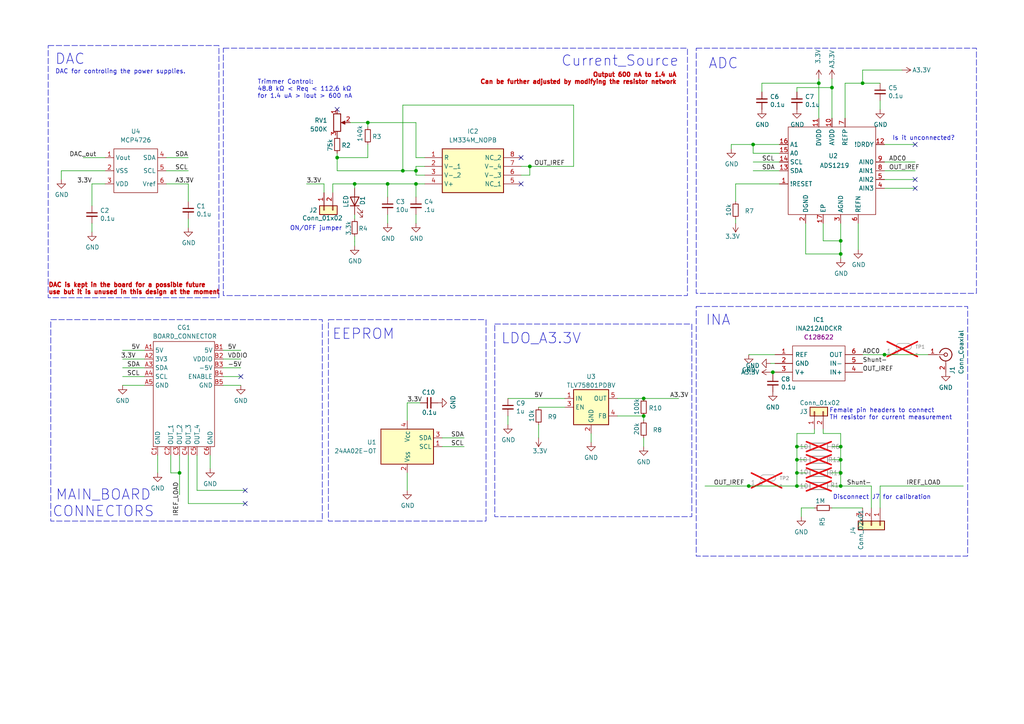
<source format=kicad_sch>
(kicad_sch (version 20250114) (generator "eeschema") (generator_version "9.0")
  (paper "A4")
  (lib_symbols
    (symbol "Connector:Conn_Coaxial" (pin_names (offset 1.016) (hide yes))
      (property "Reference" "J" (at 0.254 3.048 0))
      (property "Value" "Conn_Coaxial" (at 2.921 0 90))
      (symbol "Conn_Coaxial_0_1"
        (polyline (pts (xy -2.54 0) (xy -0.508 0)))
        (arc (start 1.778 0) (mid 0.222 -1.8079) (end -1.778 -0.508) (stroke (width 0.254)))
        (arc (start -1.778 0.508) (mid 0.2221 1.8084) (end 1.778 0) (stroke (width 0.254)))
        (circle (center 0 0) (radius 0.508) (stroke (width 0.2032)))
        (polyline (pts (xy 0 -2.54) (xy 0 -1.778)))
      )
      (symbol "Conn_Coaxial_1_1"
        (pin passive line (at -5.08 0 0) (length 2.54) (name "In") (number "1"))
        (pin passive line (at 0 -5.08 90) (length 2.54) (name "Ext") (number "2"))
      )
    )
    (symbol "Connector_Generic:Conn_01x02" (pin_names (offset 1.016) (hide yes))
      (property "Reference" "J" (at 0 2.54 0))
      (property "Value" "Conn_01x02" (at 0 -5.08 0))
      (symbol "Conn_01x02_1_1"
        (rectangle (start -1.27 1.27) (end 1.27 -3.81) (stroke (width 0.254)) (fill (type background)))
        (rectangle (start -1.27 0.127) (end 0 -0.127) (stroke (width 0.1524)))
        (rectangle (start -1.27 -2.413) (end 0 -2.667) (stroke (width 0.1524)))
        (pin passive line (at -5.08 0 0) (length 3.81) (name "Pin_1") (number "1"))
        (pin passive line (at -5.08 -2.54 0) (length 3.81) (name "Pin_2") (number "2"))
      )
    )
    (symbol "Connector_Generic:Conn_01x03" (pin_names (offset 1.016) (hide yes))
      (property "Reference" "J" (at 0 5.08 0))
      (property "Value" "Conn_01x03" (at 0 -5.08 0))
      (symbol "Conn_01x03_1_1"
        (rectangle (start -1.27 3.81) (end 1.27 -3.81) (stroke (width 0.254)) (fill (type background)))
        (rectangle (start -1.27 2.667) (end 0 2.413) (stroke (width 0.1524)))
        (rectangle (start -1.27 0.127) (end 0 -0.127) (stroke (width 0.1524)))
        (rectangle (start -1.27 -2.413) (end 0 -2.667) (stroke (width 0.1524)))
        (pin passive line (at -5.08 2.54 0) (length 3.81) (name "Pin_1") (number "1"))
        (pin passive line (at -5.08 0 0) (length 3.81) (name "Pin_2") (number "2"))
        (pin passive line (at -5.08 -2.54 0) (length 3.81) (name "Pin_3") (number "3"))
      )
    )
    (symbol "Device:C_Small" (pin_numbers (hide yes)) (pin_names (offset 0.254) (hide yes))
      (property "Reference" "C" (at 0.254 1.778 0))
      (property "Value" "C_Small" (at 0.254 -2.032 0))
      (symbol "C_Small_0_1"
        (polyline (pts (xy -1.524 0.508) (xy 1.524 0.508)) (stroke (width 0.3048)))
        (polyline (pts (xy -1.524 -0.508) (xy 1.524 -0.508)) (stroke (width 0.3302)))
      )
      (symbol "C_Small_1_1"
        (pin passive line (at 0 2.54 270) (length 2.032) (name "~") (number "1"))
        (pin passive line (at 0 -2.54 90) (length 2.032) (name "~") (number "2"))
      )
    )
    (symbol "Device:LED" (pin_numbers (hide yes)) (pin_names (offset 1.016) (hide yes))
      (property "Reference" "D" (at 0 2.54 0))
      (property "Value" "LED" (at 0 -2.54 0))
      (symbol "LED_0_1"
        (polyline (pts (xy -3.048 -0.762) (xy -4.572 -2.286) (xy -3.81 -2.286) (xy -4.572 -2.286) (xy -4.572 -1.524)))
        (polyline (pts (xy -1.778 -0.762) (xy -3.302 -2.286) (xy -2.54 -2.286) (xy -3.302 -2.286) (xy -3.302 -1.524)))
        (polyline (pts (xy -1.27 0) (xy 1.27 0)))
        (polyline (pts (xy -1.27 -1.27) (xy -1.27 1.27)) (stroke (width 0.254)))
        (polyline (pts (xy 1.27 -1.27) (xy 1.27 1.27) (xy -1.27 0) (xy 1.27 -1.27)) (stroke (width 0.254)))
      )
      (symbol "LED_1_1"
        (pin passive line (at -3.81 0 0) (length 2.54) (name "K") (number "1"))
        (pin passive line (at 3.81 0 180) (length 2.54) (name "A") (number "2"))
      )
    )
    (symbol "Device:R" (pin_numbers (hide yes)) (pin_names (offset 0))
      (property "Reference" "R" (at 2.032 0 90))
      (property "Value" "R" (at 0 0 90))
      (symbol "R_0_1"
        (rectangle (start -1.016 -2.54) (end 1.016 2.54) (stroke (width 0.254)))
      )
      (symbol "R_1_1"
        (pin passive line (at 0 3.81 270) (length 1.27) (name "~") (number "1"))
        (pin passive line (at 0 -3.81 90) (length 1.27) (name "~") (number "2"))
      )
    )
    (symbol "Device:R_Potentiometer" (pin_names (offset 1.016) (hide yes))
      (property "Reference" "RV" (at -4.445 0 90))
      (property "Value" "R_Potentiometer" (at -2.54 0 90))
      (symbol "R_Potentiometer_0_1"
        (rectangle (start 1.016 2.54) (end -1.016 -2.54) (stroke (width 0.254)))
        (polyline (pts (xy 1.143 0) (xy 2.286 0.508) (xy 2.286 -0.508) (xy 1.143 0)) (fill (type outline)))
        (polyline (pts (xy 2.54 0) (xy 1.524 0)))
      )
      (symbol "R_Potentiometer_1_1"
        (pin passive line (at 0 3.81 270) (length 1.27) (name "1") (number "1"))
        (pin passive line (at 0 -3.81 90) (length 1.27) (name "3") (number "3"))
        (pin passive line (at 3.81 0 180) (length 1.27) (name "2") (number "2"))
      )
    )
    (symbol "Device:R_Small" (pin_numbers (hide yes)) (pin_names (offset 0.254) (hide yes))
      (property "Reference" "R" (at 0.762 0.508 0))
      (property "Value" "R_Small" (at 0.762 -1.016 0))
      (symbol "R_Small_0_1"
        (rectangle (start -0.762 1.778) (end 0.762 -1.778) (stroke (width 0.2032)))
      )
      (symbol "R_Small_1_1"
        (pin passive line (at 0 2.54 270) (length 0.762) (name "~") (number "1"))
        (pin passive line (at 0 -2.54 90) (length 0.762) (name "~") (number "2"))
      )
    )
    (symbol "External-lib:ADS1219"
      (property "Reference" "U" (at 0 0 0))
      (symbol "ADS1219_0_1"
        (rectangle (start -12.7 12.7) (end 12.7 -12.7))
      )
      (symbol "ADS1219_1_1"
        (pin input line (at -15.24 7.62 0) (length 2.54) (name "A1") (number "16"))
        (pin input line (at -15.24 5.08 0) (length 2.54) (name "A0") (number "15"))
        (pin input line (at -15.24 2.54 0) (length 2.54) (name "SCL") (number "14"))
        (pin bidirectional line (at -15.24 0 0) (length 2.54) (name "SDA") (number "13"))
        (pin bidirectional line (at -15.24 -3.81 0) (length 2.54) (name "!RESET") (number "1"))
        (pin bidirectional line (at -7.62 -15.24 90) (length 2.54) (name "DGND") (number "2"))
        (pin bidirectional line (at -3.81 15.24 270) (length 2.54) (name "DVDD") (number "11"))
        (pin bidirectional line (at -2.54 -15.24 90) (length 2.54) (name "EP") (number "17"))
        (pin bidirectional line (at 0 15.24 270) (length 2.54) (name "AVDD") (number "10"))
        (pin bidirectional line (at 2.54 -15.24 90) (length 2.54) (name "AGND") (number "3"))
        (pin bidirectional line (at 3.81 15.24 270) (length 2.54) (name "REFP") (number "7"))
        (pin bidirectional line (at 7.62 -15.24 90) (length 2.54) (name "REFN") (number "6"))
        (pin bidirectional line (at 15.24 7.62 180) (length 2.54) (name "!DRDY") (number "12"))
        (pin bidirectional line (at 15.24 2.54 180) (length 2.54) (name "AIN0") (number "9"))
        (pin bidirectional line (at 15.24 0 180) (length 2.54) (name "AIN1") (number "8"))
        (pin bidirectional line (at 15.24 -2.54 180) (length 2.54) (name "AIN2") (number "5"))
        (pin bidirectional line (at 15.24 -5.08 180) (length 2.54) (name "AIN3") (number "4"))
      )
    )
    (symbol "External-lib:INA212AIDCKR" (pin_names (offset 0.762))
      (property "Reference" "IC" (at 21.59 7.62 0))
      (property "Value" "INA212AIDCKR" (at 21.59 5.08 0))
      (property "LCSC" "C128622" (at 0 0 0))
      (symbol "INA212AIDCKR_0_0"
        (pin passive line (at 0 0 0) (length 5.08) (name "REF") (number "1"))
        (pin passive line (at 0 -2.54 0) (length 5.08) (name "GND") (number "2"))
        (pin passive line (at 0 -5.08 0) (length 5.08) (name "V+") (number "3"))
        (pin passive line (at 25.4 0 180) (length 5.08) (name "OUT") (number "6"))
        (pin passive line (at 25.4 -2.54 180) (length 5.08) (name "IN-") (number "5"))
        (pin passive line (at 25.4 -5.08 180) (length 5.08) (name "IN+") (number "4"))
      )
      (symbol "INA212AIDCKR_0_1"
        (polyline (pts (xy 5.08 2.54) (xy 20.32 2.54) (xy 20.32 -7.62) (xy 5.08 -7.62) (xy 5.08 2.54)) (stroke (width 0.1524)))
      )
    )
    (symbol "External-lib:MCP4726-SOT23"
      (property "Reference" "U" (at 0 0 0))
      (symbol "MCP4726-SOT23_0_1"
        (rectangle (start -6.35 6.35) (end 6.35 -6.35))
      )
      (symbol "MCP4726-SOT23_1_1"
        (pin unspecified line (at -8.89 3.81 0) (length 2.54) (name "Vout") (number "1"))
        (pin unspecified line (at -8.89 0 0) (length 2.54) (name "VSS") (number "2"))
        (pin unspecified line (at -8.89 -3.81 0) (length 2.54) (name "VDD") (number "3"))
        (pin unspecified line (at 8.89 3.81 180) (length 2.54) (name "SDA") (number "4"))
        (pin unspecified line (at 8.89 0 180) (length 2.54) (name "SCL") (number "5"))
        (pin unspecified line (at 8.89 -3.81 180) (length 2.54) (name "Vref") (number "6"))
      )
    )
    (symbol "LM134H:LM334M_NOPB"
      (property "Reference" "IC" (at 24.13 7.62 0))
      (property "Value" "LM334M_NOPB" (at 24.13 5.08 0))
      (symbol "LM334M_NOPB_1_1"
        (rectangle (start 5.08 2.54) (end 22.86 -10.16) (stroke (width 0.254)) (fill (type background)))
        (pin passive line (at 0 0 0) (length 5.08) (name "R") (number "1"))
        (pin passive line (at 0 -2.54 0) (length 5.08) (name "V-_1") (number "2"))
        (pin passive line (at 0 -5.08 0) (length 5.08) (name "V-_2") (number "3"))
        (pin passive line (at 0 -7.62 0) (length 5.08) (name "V+") (number "4"))
        (pin passive line (at 27.94 0 180) (length 5.08) (name "NC_2") (number "8"))
        (pin passive line (at 27.94 -2.54 180) (length 5.08) (name "V-_4") (number "7"))
        (pin passive line (at 27.94 -5.08 180) (length 5.08) (name "V-_3") (number "6"))
        (pin passive line (at 27.94 -7.62 180) (length 5.08) (name "NC_1") (number "5"))
      )
    )
    (symbol "Library:TP"
      (property "Reference" "TP" (at -0.3048 0.9144 0))
      (symbol "TP_0_1"
        (polyline (pts (xy 2.54 0) (xy 3.302 1.27) (xy 3.9624 0.381) (xy 2.54 0)))
        (polyline (pts (xy 3.6576 0.8382) (xy 4.5466 1.4478)))
        (polyline (pts (xy 4.2418 3.2512) (xy 6.9596 3.2512)))
        (arc (start 4.263 1.4501) (mid 3.3878 2.3643) (end 4.2884 3.2535))
        (arc (start 6.9086 3.2558) (mid 7.7841 2.3413) (end 6.8832 1.4524))
        (polyline (pts (xy 6.9298 1.4547) (xy 4.212 1.4547)))
      )
      (symbol "TP_1_0"
        (pin unspecified line (at 0 0 0) (length 2.54) (name "") (number "1"))
      )
    )
    (symbol "Memory_EEPROM:24AA02E-OT"
      (property "Reference" "U" (at -7.62 6.35 0))
      (property "Value" "24AA02E-OT" (at 2.54 -6.35 0))
      (symbol "24AA02E-OT_1_1"
        (rectangle (start -7.62 5.08) (end 7.62 -5.08) (stroke (width 0.254)) (fill (type background)))
        (pin no_connect line (at -10.16 0 0) (length 2.54) (hide yes) (name "NC") (number "5"))
        (pin power_in line (at 0 7.62 270) (length 2.54) (name "V_{CC}") (number "4"))
        (pin power_in line (at 0 -7.62 90) (length 2.54) (name "V_{SS}") (number "2"))
        (pin bidirectional line (at 10.16 2.54 180) (length 2.54) (name "SDA") (number "3"))
        (pin input line (at 10.16 0 180) (length 2.54) (name "SCL") (number "1"))
      )
    )
    (symbol "PCB-connectors-lib:chewing-gum-board" (in_bom no)
      (property "Reference" "CG" (at 1.778 31.75 0))
      (symbol "chewing-gum-board_0_1"
        (rectangle (start 0 30.48) (end 17.78 0))
      )
      (symbol "chewing-gum-board_1_1"
        (pin bidirectional line (at -2.54 27.94 0) (length 2.54) (name "5V") (number "A1"))
        (pin input line (at -2.54 25.4 0) (length 2.54) (name "3V3") (number "A2"))
        (pin bidirectional line (at -2.54 22.86 0) (length 2.54) (name "SDA") (number "A3"))
        (pin output line (at -2.54 20.32 0) (length 2.54) (name "SCL") (number "A4"))
        (pin output line (at -2.54 17.78 0) (length 2.54) (name "GND") (number "A5"))
        (pin bidirectional line (at 1.27 -2.54 90) (length 2.54) (name "GND") (number "C1"))
        (pin output line (at 5.08 -2.54 90) (length 2.54) (name "OUT_1") (number "C2"))
        (pin output line (at 7.62 -2.54 90) (length 2.54) (name "OUT_2") (number "C3"))
        (pin output line (at 10.16 -2.54 90) (length 2.54) (name "OUT_3") (number "C4"))
        (pin output line (at 12.7 -2.54 90) (length 2.54) (name "OUT_4") (number "C5"))
        (pin bidirectional line (at 16.51 -2.54 90) (length 2.54) (name "GND") (number "C6"))
        (pin input line (at 20.32 27.94 180) (length 2.54) (name "5V") (number "B1"))
        (pin bidirectional line (at 20.32 25.4 180) (length 2.54) (name "VDDIO") (number "B2"))
        (pin bidirectional line (at 20.32 22.86 180) (length 2.54) (name "-5V") (number "B3"))
        (pin bidirectional line (at 20.32 20.32 180) (length 2.54) (name "ENABLE") (number "B4"))
        (pin input line (at 20.32 17.78 180) (length 2.54) (name "GND") (number "B5"))
      )
    )
    (symbol "Regulator_Linear:TLV75801PDBV"
      (property "Reference" "U" (at -3.81 6.35 0))
      (property "Value" "TLV75801PDBV" (at 0 6.35 0))
      (symbol "TLV75801PDBV_0_1"
        (rectangle (start 5.08 -5.08) (end -5.08 5.08) (stroke (width 0.254)) (fill (type background)))
      )
      (symbol "TLV75801PDBV_1_1"
        (pin power_in line (at -7.62 2.54 0) (length 2.54) (name "IN") (number "1"))
        (pin input line (at -7.62 0 0) (length 2.54) (name "EN") (number "3"))
        (pin power_in line (at 0 -7.62 90) (length 2.54) (name "GND") (number "2"))
        (pin power_out line (at 7.62 2.54 180) (length 2.54) (name "OUT") (number "5"))
        (pin input line (at 7.62 -2.54 180) (length 2.54) (name "FB") (number "4"))
      )
    )
    (symbol "power:+3.3VA" (power) (pin_names (offset 0))
      (property "Value" "+3.3VA" (at 0 3.556 0))
      (symbol "+3.3VA_0_1"
        (polyline (pts (xy -0.762 1.27) (xy 0 2.54)))
        (polyline (pts (xy 0 2.54) (xy 0.762 1.27)))
        (polyline (pts (xy 0 0) (xy 0 2.54)))
      )
      (symbol "+3.3VA_1_1"
        (pin power_in line (at 0 0 90) (length 0) (hide yes) (name "+3.3VA") (number "1"))
      )
    )
    (symbol "power:GND" (power) (pin_names (offset 0))
      (property "Value" "GND" (at 0 -3.81 0))
      (symbol "GND_0_1"
        (polyline (pts (xy 0 0) (xy 0 -1.27) (xy 1.27 -1.27) (xy 0 -2.54) (xy -1.27 -1.27) (xy 0 -1.27)))
      )
      (symbol "GND_1_1"
        (pin power_in line (at 0 0 270) (length 0) (hide yes) (name "GND") (number "1"))
      )
    )
  )
  (rectangle (start 201.93 13.97) (end 283.21 85.09) (stroke (width 0) (type dash)))
  (rectangle (start 95.25 92.71) (end 140.97 151.13) (stroke (width 0) (type dash)))
  (rectangle (start 143.51 93.98) (end 200.66 149.86) (stroke (width 0) (type dash)))
  (rectangle (start 64.77 13.97) (end 199.39 85.725) (stroke (width 0) (type dash)))
  (rectangle (start 14.732 92.71) (end 93.472 151.13) (stroke (width 0) (type dash)))
  (rectangle (start 201.93 88.9) (end 280.67 161.29) (stroke (width 0) (type dash)))
  (rectangle (start 13.97 13.208) (end 63.5 86.36) (stroke (width 0) (type dash)))
  (text "Female pin headers to connect \nTH resistor for current measurement" (at 240.538 121.92 0) (effects (font (size 1.27 1.27)) (justify left bottom)))
  (text "MAIN_BOARD\nCONNECTORS\n" (at 29.972 146.05 0) (effects (font (size 3 3))))
  (text "DAC is kept in the board for a possible future \nuse but it is unused in this design at the moment" (at 13.97 85.598 0) (effects (font (size 1.27 1.27) (thickness 0.762) (bold yes)) (justify left bottom)))
  (text "DAC" (at 20.32 17.272 0) (effects (font (size 3 3))))
  (text "ON/OFF jumper" (at 84.074 67.056 0) (effects (font (size 1.27 1.27)) (justify left bottom)))
  (text "Output 600 nA to 1.4 uA\nCan be further adjusted by modifying the resistor network" (at 196.342 24.638 0) (effects (font (size 1.27 1.27) (thickness 0.762) (bold yes)) (justify right bottom)))
  (text "DAC for controling the power supplies.\n" (at 16.002 21.59 0) (effects (font (size 1.27 1.27)) (justify left bottom)))
  (text "Disconnect J7 for calibration" (at 241.554 145.034 0) (effects (font (size 1.27 1.27)) (justify left bottom)))
  (text "INA\n" (at 208.28 92.964 0) (effects (font (size 3 3))))
  (text "LDO_A3.3V\n" (at 156.972 98.298 0) (effects (font (size 3 3))))
  (text "Current_Source" (at 179.832 17.78 0) (effects (font (size 3 3))))
  (text "ADC" (at 209.804 18.542 0) (effects (font (size 3 3))))
  (text "EEPROM\n" (at 105.41 97.028 0) (effects (font (size 3 3))))
  (text "Is it unconnected?" (at 258.826 40.894 0) (effects (font (size 1.27 1.27)) (justify left bottom)))
  (text "Trimmer Control: \n48.8 kΩ < Req < 112.6 kΩ\nfor 1.4 uA > Iout > 600 nA \n" (at 74.676 28.702 0) (effects (font (size 1.27 1.27)) (justify left bottom)))
  (junction (at 243.84 69.85))
  (junction (at 250.19 24.13))
  (junction (at 256.54 102.87))
  (junction (at 112.4238 53.34))
  (junction (at 243.84 133.35))
  (junction (at 97.79 45.72))
  (junction (at 243.84 137.16))
  (junction (at 243.84 129.54))
  (junction (at 153.67 48.26))
  (junction (at 218.44 41.91))
  (junction (at 231.14 133.35))
  (junction (at 52.07 137.16))
  (junction (at 231.14 137.16))
  (junction (at 186.69 120.65))
  (junction (at 120.65 49.53))
  (junction (at 186.69 115.57))
  (junction (at 241.3 25.4))
  (junction (at 106.68 35.56))
  (junction (at 102.87 53.34))
  (junction (at 224.155 107.95))
  (junction (at 116.84 49.53))
  (junction (at 231.14 140.97))
  (junction (at 243.84 73.66))
  (junction (at 243.84 140.97))
  (junction (at 120.65 53.34))
  (junction (at 237.49 24.13))
  (junction (at 217.17 140.97))
  (junction (at 231.14 129.54))
  (no_connect (at 265.43 41.91))
  (no_connect (at 71.12 146.05))
  (no_connect (at 69.85 109.22))
  (no_connect (at 97.79 31.75))
  (no_connect (at 265.43 54.61))
  (no_connect (at 71.12 142.24))
  (no_connect (at 265.43 52.07))
  (no_connect (at 151.13 53.34))
  (no_connect (at 151.13 45.72))
  (wire (pts (xy 243.84 129.54) (xy 243.84 133.35)))
  (wire (pts (xy 218.44 44.45) (xy 226.06 44.45)))
  (wire (pts (xy 60.96 132.08) (xy 60.96 135.89)))
  (wire (pts (xy 241.3 140.97) (xy 243.84 140.97)))
  (wire (pts (xy 166.37 30.48) (xy 166.37 48.26)))
  (wire (pts (xy 120.65 35.56) (xy 120.65 45.72)))
  (wire (pts (xy 97.79 49.53) (xy 116.84 49.53)))
  (wire (pts (xy 96.52 53.34) (xy 102.87 53.34)))
  (wire (pts (xy 93.98 53.34) (xy 93.98 55.88)))
  (wire (pts (xy 256.54 49.53) (xy 265.43 49.53)))
  (wire (pts (xy 241.3 22.86) (xy 241.3 25.4)))
  (wire (pts (xy 179.07 120.65) (xy 186.69 120.65)))
  (wire (pts (xy 48.26 49.53) (xy 54.61 49.53)))
  (wire (pts (xy 231.14 140.97) (xy 233.68 140.97)))
  (wire (pts (xy 52.07 137.16) (xy 52.07 143.51)))
  (wire (pts (xy 223.52 107.95) (xy 224.155 107.95)))
  (wire (pts (xy 120.65 57.15) (xy 120.65 53.34)))
  (wire (pts (xy 250.19 102.87) (xy 256.54 102.87)))
  (wire (pts (xy 112.4238 57.15) (xy 112.4238 53.34)))
  (wire (pts (xy 97.79 44.45) (xy 97.79 45.72)))
  (wire (pts (xy 243.84 137.16) (xy 243.84 140.97)))
  (wire (pts (xy 218.44 46.99) (xy 226.06 46.99)))
  (wire (pts (xy 128.27 129.54) (xy 134.62 129.54)))
  (wire (pts (xy 243.84 140.97) (xy 252.73 140.97)))
  (wire (pts (xy 54.61 132.08) (xy 54.61 146.05)))
  (wire (pts (xy 250.19 24.13) (xy 255.27 24.13)))
  (wire (pts (xy 231.14 137.16) (xy 231.14 140.97)))
  (wire (pts (xy 237.49 24.13) (xy 237.49 34.29)))
  (wire (pts (xy 186.69 115.57) (xy 196.85 115.57)))
  (wire (pts (xy 238.76 125.73) (xy 243.84 125.73)))
  (wire (pts (xy 49.53 132.08) (xy 49.53 137.16)))
  (wire (pts (xy 156.21 118.11) (xy 163.83 118.11)))
  (wire (pts (xy 218.44 41.91) (xy 226.06 41.91)))
  (wire (pts (xy 245.11 24.13) (xy 245.11 34.29)))
  (wire (pts (xy 116.84 30.48) (xy 166.37 30.48)))
  (wire (pts (xy 102.8648 70.0937) (xy 102.87 70.0937)))
  (wire (pts (xy 255.27 140.97) (xy 279.4 140.97)))
  (wire (pts (xy 256.54 41.91) (xy 265.43 41.91)))
  (wire (pts (xy 147.32 120.65) (xy 147.32 123.19)))
  (wire (pts (xy 243.84 73.66) (xy 243.84 74.93)))
  (wire (pts (xy 112.4238 62.23) (xy 112.4238 64.77)))
  (wire (pts (xy 238.76 69.85) (xy 243.84 69.85)))
  (wire (pts (xy 96.52 55.88) (xy 96.52 53.34)))
  (wire (pts (xy 231.14 25.4) (xy 231.14 26.67)))
  (wire (pts (xy 245.11 24.13) (xy 250.19 24.13)))
  (wire (pts (xy 204.47 140.97) (xy 217.17 140.97)))
  (wire (pts (xy 64.77 109.22) (xy 69.85 109.22)))
  (wire (pts (xy 54.61 53.34) (xy 54.61 58.42)))
  (wire (pts (xy 102.87 70.0937) (xy 102.87 68.58)))
  (wire (pts (xy 120.65 50.8) (xy 120.65 49.53)))
  (wire (pts (xy 35.56 101.6) (xy 41.91 101.6)))
  (wire (pts (xy 243.84 125.73) (xy 243.84 129.54)))
  (wire (pts (xy 237.49 24.13) (xy 220.98 24.13)))
  (wire (pts (xy 233.68 137.16) (xy 231.14 137.16)))
  (wire (pts (xy 256.54 52.07) (xy 265.43 52.07)))
  (wire (pts (xy 64.77 111.76) (xy 69.85 111.76)))
  (wire (pts (xy 116.84 49.53) (xy 116.84 30.48)))
  (wire (pts (xy 256.54 54.61) (xy 265.43 54.61)))
  (wire (pts (xy 243.84 69.85) (xy 243.84 64.77)))
  (wire (pts (xy 151.13 48.26) (xy 153.67 48.26)))
  (wire (pts (xy 112.4238 53.34) (xy 120.65 53.34)))
  (wire (pts (xy 128.27 127) (xy 134.62 127)))
  (wire (pts (xy 57.15 132.08) (xy 57.15 142.24)))
  (wire (pts (xy 241.3 25.4) (xy 231.14 25.4)))
  (wire (pts (xy 57.15 142.24) (xy 71.12 142.24)))
  (wire (pts (xy 54.61 146.05) (xy 71.12 146.05)))
  (wire (pts (xy 26.67 53.34) (xy 26.67 59.69)))
  (wire (pts (xy 97.79 45.72) (xy 97.79 49.53)))
  (wire (pts (xy 52.07 132.08) (xy 52.07 137.16)))
  (wire (pts (xy 24.13 45.72) (xy 30.48 45.72)))
  (wire (pts (xy 236.22 124.46) (xy 236.22 125.73)))
  (wire (pts (xy 102.87 62.23) (xy 102.87 63.5)))
  (wire (pts (xy 153.67 48.26) (xy 153.67 50.8)))
  (wire (pts (xy 64.77 106.68) (xy 69.85 106.68)))
  (wire (pts (xy 17.78 49.53) (xy 30.48 49.53)))
  (wire (pts (xy 232.41 147.32) (xy 232.41 149.86)))
  (wire (pts (xy 217.17 102.87) (xy 224.79 102.87)))
  (wire (pts (xy 250.19 20.32) (xy 261.62 20.32)))
  (wire (pts (xy 223.52 105.41) (xy 224.79 105.41)))
  (wire (pts (xy 102.8648 70.0937) (xy 102.8648 71.3214)))
  (wire (pts (xy 241.3 133.35) (xy 243.84 133.35)))
  (wire (pts (xy 186.69 120.65) (xy 186.69 121.92)))
  (wire (pts (xy 49.53 137.16) (xy 52.07 137.16)))
  (wire (pts (xy 236.22 147.32) (xy 232.41 147.32)))
  (wire (pts (xy 255.27 140.97) (xy 255.27 147.32)))
  (wire (pts (xy 48.26 53.34) (xy 54.61 53.34)))
  (wire (pts (xy 35.56 109.22) (xy 41.91 109.22)))
  (wire (pts (xy 88.9 53.34) (xy 93.98 53.34)))
  (wire (pts (xy 255.27 29.21) (xy 255.27 31.75)))
  (wire (pts (xy 120.65 53.34) (xy 123.19 53.34)))
  (wire (pts (xy 45.72 132.08) (xy 45.72 137.16)))
  (wire (pts (xy 213.36 63.5) (xy 213.36 64.77)))
  (wire (pts (xy 250.19 24.13) (xy 250.19 20.32)))
  (wire (pts (xy 231.14 129.54) (xy 231.14 133.35)))
  (wire (pts (xy 237.49 22.86) (xy 237.49 24.13)))
  (wire (pts (xy 241.3 129.54) (xy 243.84 129.54)))
  (wire (pts (xy 224.155 107.95) (xy 224.79 107.95)))
  (wire (pts (xy 256.54 102.87) (xy 269.24 102.87)))
  (wire (pts (xy 231.14 125.73) (xy 231.14 129.54)))
  (wire (pts (xy 179.07 115.57) (xy 186.69 115.57)))
  (wire (pts (xy 241.3 25.4) (xy 241.3 34.29)))
  (wire (pts (xy 213.36 53.34) (xy 213.36 58.42)))
  (wire (pts (xy 153.67 48.26) (xy 166.37 48.26)))
  (wire (pts (xy 102.87 53.34) (xy 112.4238 53.34)))
  (wire (pts (xy 106.68 35.56) (xy 101.6 35.56)))
  (wire (pts (xy 123.19 50.8) (xy 120.65 50.8)))
  (wire (pts (xy 120.65 49.53) (xy 116.84 49.53)))
  (wire (pts (xy 35.56 104.14) (xy 41.91 104.14)))
  (wire (pts (xy 218.44 49.53) (xy 226.06 49.53)))
  (wire (pts (xy 233.68 73.66) (xy 243.84 73.66)))
  (wire (pts (xy 120.65 49.53) (xy 120.65 48.26)))
  (wire (pts (xy 220.98 24.13) (xy 220.98 26.67)))
  (wire (pts (xy 256.54 46.99) (xy 265.43 46.99)))
  (wire (pts (xy 64.77 101.6) (xy 69.85 101.6)))
  (wire (pts (xy 243.84 133.35) (xy 243.84 137.16)))
  (wire (pts (xy 233.68 64.77) (xy 233.68 73.66)))
  (wire (pts (xy 17.78 49.53) (xy 17.78 52.07)))
  (wire (pts (xy 54.61 63.5) (xy 54.61 66.04)))
  (wire (pts (xy 243.84 69.85) (xy 243.84 73.66)))
  (wire (pts (xy 252.73 147.32) (xy 252.73 140.97)))
  (wire (pts (xy 186.69 127) (xy 186.69 129.54)))
  (wire (pts (xy 218.44 41.91) (xy 212.09 41.91)))
  (wire (pts (xy 120.65 45.72) (xy 123.19 45.72)))
  (wire (pts (xy 171.45 125.73) (xy 171.45 128.27)))
  (wire (pts (xy 231.14 133.35) (xy 231.14 137.16)))
  (wire (pts (xy 238.76 64.77) (xy 238.76 69.85)))
  (wire (pts (xy 30.48 53.34) (xy 26.67 53.34)))
  (wire (pts (xy 120.65 48.26) (xy 123.19 48.26)))
  (wire (pts (xy 35.56 106.68) (xy 41.91 106.68)))
  (wire (pts (xy 35.56 111.76) (xy 41.91 111.76)))
  (wire (pts (xy 238.76 124.46) (xy 238.76 125.73)))
  (wire (pts (xy 233.68 129.54) (xy 231.14 129.54)))
  (wire (pts (xy 233.68 133.35) (xy 231.14 133.35)))
  (wire (pts (xy 106.68 35.56) (xy 120.65 35.56)))
  (wire (pts (xy 106.68 35.56) (xy 106.68 36.83)))
  (wire (pts (xy 26.67 64.77) (xy 26.67 67.31)))
  (wire (pts (xy 153.67 50.8) (xy 151.13 50.8)))
  (wire (pts (xy 217.17 140.97) (xy 231.14 140.97)))
  (wire (pts (xy 212.09 41.91) (xy 212.09 43.18)))
  (wire (pts (xy 48.26 45.72) (xy 54.61 45.72)))
  (wire (pts (xy 218.44 41.91) (xy 218.44 44.45)))
  (wire (pts (xy 120.65 62.23) (xy 120.65 64.77)))
  (wire (pts (xy 106.68 45.72) (xy 97.79 45.72)))
  (wire (pts (xy 156.21 123.19) (xy 156.21 127)))
  (wire (pts (xy 236.22 125.73) (xy 231.14 125.73)))
  (wire (pts (xy 118.11 116.84) (xy 118.11 121.92)))
  (wire (pts (xy 241.3 147.32) (xy 250.19 147.32)))
  (wire (pts (xy 147.32 115.57) (xy 163.83 115.57)))
  (wire (pts (xy 64.77 104.14) (xy 69.85 104.14)))
  (wire (pts (xy 118.11 116.84) (xy 121.92 116.84)))
  (wire (pts (xy 118.11 137.16) (xy 118.11 142.24)))
  (wire (pts (xy 224.155 108.585) (xy 224.155 107.95)))
  (wire (pts (xy 106.68 41.91) (xy 106.68 45.72)))
  (wire (pts (xy 241.3 137.16) (xy 243.84 137.16)))
  (wire (pts (xy 102.87 53.34) (xy 102.87 54.61)))
  (wire (pts (xy 213.36 53.34) (xy 226.06 53.34)))
  (wire (pts (xy 248.92 64.77) (xy 248.92 72.39)))
  (label "IREF_LOAD" (at 262.89 140.97 0))
  (label "5V" (at 154.94 115.57 0))
  (label "3.3V" (at 26.67 53.34 180))
  (label "SDA" (at 50.8 45.72 0))
  (label "SDA" (at 36.83 106.68 0))
  (label "5V" (at 66.04 101.6 0))
  (label "5V" (at 38.1 101.6 0))
  (label "SCL" (at 130.81 129.54 0))
  (label "SDA" (at 130.81 127 0))
  (label "Shunt-" (at 252.73 140.97 180))
  (label "DAC_out" (at 27.94 45.72 180))
  (label "SCL" (at 220.98 46.99 0))
  (label "SDA" (at 220.98 49.53 0))
  (label "OUT_IREF" (at 215.9 140.97 180))
  (label "3.3V" (at 118.11 116.84 0))
  (label "3.3V" (at 88.9 53.34 0))
  (label "ADC0" (at 257.81 46.99 0))
  (label "SCL" (at 36.83 109.22 0))
  (label "IREF_LOAD" (at 52.07 139.7 270))
  (label "SCL" (at 50.8 49.53 0))
  (label "OUT_IREF" (at 250.19 107.95 0))
  (label "A3.3V" (at 194.31 115.57 0))
  (label "3.3V" (at 39.37 104.14 180))
  (label "VDDIO" (at 66.04 104.14 0))
  (label "OUT_IREF" (at 257.81 49.53 0))
  (label "-5V" (at 66.04 106.68 0))
  (label "OUT_IREF" (at 163.83 48.26 180))
  (label "ADC0" (at 250.19 102.87 0))
  (label "Shunt-" (at 250.19 105.41 0))
  (label "A3.3V" (at 50.8 53.34 0))
  (symbol (lib_id "power:+3.3VA") (at 213.36 64.77 180) (unit 1)
    (property "Reference" "#PWR012" (effects (hide yes)))
    (property "Value" "3.3V" (at 210.312 68.58 0) (effects (justify right)))
  )
  (symbol (lib_id "Device:R") (at 237.49 137.16 270) (unit 1) (dnp yes)
    (property "Reference" "R11" (at 242.316 137.16 90))
    (property "Value" "10" (at 233.172 136.906 90))
    (property "Footprint" "Resistor_SMD:R_2010_5025Metric_Pad1.40x2.65mm_HandSolder" (effects (hide yes)))
  )
  (symbol (lib_id "External-lib:INA212AIDCKR") (at 224.79 102.87 0) (unit 1)
    (property "Reference" "IC1" (at 237.49 92.71 0))
    (property "Value" "INA212AIDCKR" (at 237.49 95.25 0))
    (property "Footprint" "Package_TO_SOT_SMD:SOT-363_SC-70-6" (effects (hide yes)))
    (property "Datasheet" "https://www.ti.com/lit/ds/symlink/ina210.pdf" (effects (hide yes)))
    (property "Description" "26V, Bi-Directional, Zero-Drift, Low-/High-Side, Voltage Output Current Sense Amplifier" (effects (hide yes)))
    (property "Height" "1.1" (effects (hide yes)))
    (property "Manufacturer_Name" "Texas Instruments" (effects (hide yes)))
    (property "Manufacturer_Part_Number" "INA212AIDCKR" (effects (hide yes)))
    (property "Mouser Part Number" "595-INA212AIDCKR" (effects (hide yes)))
    (property "Mouser Price/Stock" "https://www.mouser.ch/ProductDetail/Texas-Instruments/INA212AIDCKR?qs=qU0TI%2FZyA%252BznWmS%252B7ZZfYw%3D%3D" (effects (hide yes)))
    (property "Arrow Part Number" "INA212AIDCKR" (effects (hide yes)))
    (property "Arrow Price/Stock" "https://www.arrow.com/en/products/ina210cidckr/texas-instruments?region=nac" (effects (hide yes)))
    (property "LCSC" "C128622" (at 237.49 97.79 0))
  )
  (symbol (lib_id "Device:R_Small") (at 102.87 66.04 0) (mirror y) (unit 1)
    (property "Reference" "R4" (at 106.68 66.294 0) (effects (justify left)))
    (property "Value" "3.3k" (at 101.092 68.326 90) (effects (justify left)))
    (property "Footprint" "Resistor_SMD:R_0603_1608Metric" (effects (hide yes)))
    (property "Digikey Part Number" "P10KGCT-ND" (effects (hide yes)))
    (property "Mouser Part Number" "667-ERJ-3GEYJ103V" (effects (hide yes)))
    (property "LCSC" "C21190" (effects (hide yes)))
  )
  (symbol (lib_id "Device:R_Small") (at 97.79 41.91 0) (unit 1)
    (property "Reference" "R2" (at 99.06 42.164 0) (effects (justify left)))
    (property "Value" "75k" (at 95.758 43.942 90) (effects (justify left)))
    (property "Footprint" "Resistor_SMD:R_0603_1608Metric" (effects (hide yes)))
    (property "Digikey Part Number" "P10KGCT-ND" (effects (hide yes)))
    (property "Mouser Part Number" "667-ERJ-3GEYJ103V" (effects (hide yes)))
    (property "LCSC" "C23147" (effects (hide yes)))
  )
  (symbol (lib_id "Device:C_Small") (at 26.67 62.23 0) (unit 1)
    (property "Reference" "C2" (at 29.0068 61.0616 0) (effects (justify left)))
    (property "Value" "0.1u" (at 29.0068 63.373 0) (effects (justify left)))
    (property "Footprint" "Capacitor_SMD:C_0603_1608Metric" (effects (hide yes)))
    (property "Digikey Part Number" "399-9158-1-ND" (effects (hide yes)))
    (property "Mouser Part Number" "80-C0805C104Z3V" (effects (hide yes)))
    (property "LCSC" "C1590" (effects (hide yes)))
  )
  (symbol (lib_id "power:GND") (at 186.69 129.54 0) (unit 1)
    (property "Reference" "#PWR022" (effects (hide yes)))
    (property "Value" "GND" (at 186.69 133.985 0))
  )
  (symbol (lib_id "power:GND") (at 248.92 72.39 0) (unit 1)
    (property "Reference" "#PWR014" (effects (hide yes)))
    (property "Value" "GND" (at 249.047 76.7842 0))
  )
  (symbol (lib_id "Device:C_Small") (at 54.61 60.96 0) (unit 1)
    (property "Reference" "C1" (at 56.9468 59.7916 0) (effects (justify left)))
    (property "Value" "0.1u" (at 56.9468 62.103 0) (effects (justify left)))
    (property "Footprint" "Capacitor_SMD:C_0603_1608Metric" (effects (hide yes)))
    (property "Digikey Part Number" "399-9158-1-ND" (effects (hide yes)))
    (property "Mouser Part Number" "80-C0805C104Z3V" (effects (hide yes)))
    (property "LCSC" "C1590" (effects (hide yes)))
  )
  (symbol (lib_id "Memory_EEPROM:24AA02E-OT") (at 118.11 129.54 0) (unit 1)
    (property "Reference" "U1" (at 109.22 128.2699 0) (effects (justify right)))
    (property "Value" "24AA02E-OT" (at 109.22 130.8099 0) (effects (justify right)))
    (property "Footprint" "Package_TO_SOT_SMD:SOT-23-5" (effects (hide yes)))
    (property "Datasheet" "https://ww1.microchip.com/downloads/aemDocuments/documents/MPD/ProductDocuments/DataSheets/2-Kbit-I2C-Serial-EEPROMs-+EUI-48-or-EUI-64-Node-20002124.pdf" (effects (hide yes)))
    (property "Description" "I2C Serial EEPROM with EUI-48 or EUI-64, 2Kb, SOT-23-5" (effects (hide yes)))
    (property "LCSC" "C38987" (effects (hide yes)))
  )
  (symbol (lib_id "Device:C_Small") (at 147.32 118.11 0) (unit 1)
    (property "Reference" "C9" (at 149.6568 116.9416 0) (effects (justify left)))
    (property "Value" "1u" (at 149.6568 119.253 0) (effects (justify left)))
    (property "Footprint" "Capacitor_SMD:C_0603_1608Metric" (effects (hide yes)))
    (property "Digikey Part Number" "399-9158-1-ND" (effects (hide yes)))
    (property "Mouser Part Number" "80-C0805C104Z3V" (effects (hide yes)))
    (property "LCSC" "C1592" (effects (hide yes)))
  )
  (symbol (lib_id "PCB-connectors-lib:chewing-gum-board") (at 44.45 129.54 0) (unit 1) (in_bom no)
    (property "Reference" "CG1" (at 53.34 94.996 0))
    (property "Value" "BOARD_CONNECTOR" (at 53.594 97.536 0))
    (property "Footprint" "heep-footprints:chewing-gum-pcb" (effects (hide yes)))
  )
  (symbol (lib_id "Connector_Generic:Conn_01x03") (at 252.73 152.4 270) (unit 1)
    (property "Reference" "J4" (at 247.396 153.924 0))
    (property "Value" "Conn_02x01" (at 249.682 153.67 0))
    (property "Footprint" "Connector_PinHeader_2.54mm:PinHeader_1x03_P2.54mm_Vertical" (effects (hide yes)))
    (property "Description" "Generic connector, single row, 01x03, script generated (kicad-library-utils/schlib/autogen/connector/)" (effects (hide yes)))
  )
  (symbol (lib_id "power:GND") (at 45.72 137.16 0) (unit 1)
    (property "Reference" "#PWR011" (effects (hide yes)))
    (property "Value" "GND" (at 45.72 141.605 0))
  )
  (symbol (lib_id "power:GND") (at 224.155 113.665 0) (unit 1)
    (property "Reference" "#PWR062" (effects (hide yes)))
    (property "Value" "GND" (at 224.155 118.11 0))
  )
  (symbol (lib_id "power:GND") (at 54.61 66.04 0) (unit 1)
    (property "Reference" "#PWR026" (effects (hide yes)))
    (property "Value" "GND" (at 54.737 70.4342 0))
  )
  (symbol (lib_id "power:GND") (at 232.41 149.86 0) (unit 1)
    (property "Reference" "#PWR031" (effects (hide yes)))
    (property "Value" "GND" (at 232.41 154.305 0))
  )
  (symbol (lib_id "Device:C_Small") (at 120.65 59.69 0) (unit 1)
    (property "Reference" "C4" (at 122.9868 58.5216 0) (effects (justify left)))
    (property "Value" ".1u" (at 122.9868 60.833 0) (effects (justify left)))
    (property "Footprint" "Capacitor_SMD:C_0603_1608Metric" (effects (hide yes)))
    (property "Digikey Part Number" "399-9158-1-ND" (effects (hide yes)))
    (property "Mouser Part Number" "80-C0805C104Z3V" (effects (hide yes)))
    (property "LCSC" "C19702" (effects (hide yes)))
  )
  (symbol (lib_id "Device:R") (at 237.49 133.35 270) (unit 1) (dnp yes)
    (property "Reference" "R12" (at 242.062 133.35 90))
    (property "Value" "10" (at 232.918 133.35 90))
    (property "Footprint" "Resistor_SMD:R_1206_3216Metric_Pad1.30x1.75mm_HandSolder" (effects (hide yes)))
  )
  (symbol (lib_id "Device:C_Small") (at 112.4238 59.69 0) (unit 1)
    (property "Reference" "C3" (at 114.7606 58.5216 0) (effects (justify left)))
    (property "Value" "10u" (at 114.7606 60.833 0) (effects (justify left)))
    (property "Footprint" "Capacitor_SMD:C_0603_1608Metric" (effects (hide yes)))
    (property "Digikey Part Number" "399-9158-1-ND" (effects (hide yes)))
    (property "Mouser Part Number" "80-C0805C104Z3V" (effects (hide yes)))
    (property "LCSC" "C19702" (effects (hide yes)))
  )
  (symbol (lib_id "power:GND") (at 17.78 52.07 0) (unit 1)
    (property "Reference" "#PWR028" (effects (hide yes)))
    (property "Value" "GND" (at 17.907 56.4642 0))
  )
  (symbol (lib_id "Device:R") (at 237.49 129.54 270) (unit 1) (dnp yes)
    (property "Reference" "R6" (at 242.316 129.54 90))
    (property "Value" "10" (at 233.172 129.54 90))
    (property "Footprint" "Resistor_SMD:R_2512_6332Metric_Pad1.40x3.35mm_HandSolder" (effects (hide yes)))
  )
  (symbol (lib_id "Regulator_Linear:TLV75801PDBV") (at 171.45 118.11 0) (unit 1)
    (property "Reference" "U3" (at 171.45 109.22 0))
    (property "Value" "TLV75801PDBV" (at 171.45 111.76 0))
    (property "Footprint" "Package_TO_SOT_SMD:SOT-23-5" (effects (hide yes)))
    (property "Datasheet" "https://www.ti.com/lit/ds/symlink/tlv758p.pdf" (effects (hide yes)))
    (property "LCSC" "C2877852" (effects (hide yes)))
  )
  (symbol (lib_id "power:+3.3VA") (at 156.21 127 180) (unit 1)
    (property "Reference" "#PWR025" (effects (hide yes)))
    (property "Value" "3.3V" (at 154.432 130.81 0) (effects (justify right)))
  )
  (symbol (lib_id "Device:R_Small") (at 106.68 39.37 0) (unit 1)
    (property "Reference" "R3" (at 107.95 39.624 0) (effects (justify left)))
    (property "Value" "140k" (at 104.394 41.148 90) (effects (justify left)))
    (property "Footprint" "Resistor_SMD:R_0603_1608Metric" (effects (hide yes)))
    (property "Digikey Part Number" "P10KGCT-ND" (effects (hide yes)))
    (property "Mouser Part Number" "667-ERJ-3GEYJ103V" (effects (hide yes)))
    (property "LCSC" "C23147" (effects (hide yes)))
  )
  (symbol (lib_id "Connector_Generic:Conn_01x02") (at 236.22 119.38 90) (unit 1)
    (property "Reference" "J3" (at 231.902 119.38 90) (effects (justify right)))
    (property "Value" "Conn_01x02" (at 231.902 116.84 90) (effects (justify right)))
    (property "Footprint" "Connector_PinSocket_2.54mm:PinSocket_1x02_P2.54mm_Vertical" (effects (hide yes)))
    (property "Description" "Generic connector, single row, 01x02, script generated (kicad-library-utils/schlib/autogen/connector/)" (effects (hide yes)))
  )
  (symbol (lib_id "power:GND") (at 120.65 64.77 0) (unit 1)
    (property "Reference" "#PWR045" (effects (hide yes)))
    (property "Value" "GND" (at 120.777 69.1642 0))
  )
  (symbol (lib_id "power:+3.3VA") (at 223.52 107.95 90) (unit 1)
    (property "Reference" "#PWR049" (effects (hide yes)))
    (property "Value" "A3.3V" (at 214.884 107.95 90) (effects (justify right)))
  )
  (symbol (lib_id "Device:C_Small") (at 224.155 111.125 0) (unit 1)
    (property "Reference" "C8" (at 226.4918 109.9566 0) (effects (justify left)))
    (property "Value" "0.1u" (at 226.4918 112.268 0) (effects (justify left)))
    (property "Footprint" "Capacitor_SMD:C_0603_1608Metric" (effects (hide yes)))
    (property "Digikey Part Number" "399-9158-1-ND" (effects (hide yes)))
    (property "Mouser Part Number" "80-C0805C104Z3V" (effects (hide yes)))
    (property "LCSC" "C1590" (effects (hide yes)))
  )
  (symbol (lib_id "power:GND") (at 220.98 31.75 0) (unit 1)
    (property "Reference" "#PWR019" (effects (hide yes)))
    (property "Value" "GND" (at 221.107 36.1442 0))
  )
  (symbol (lib_id "power:GND") (at 231.14 31.75 0) (unit 1)
    (property "Reference" "#PWR020" (effects (hide yes)))
    (property "Value" "GND" (at 231.267 36.1442 0))
  )
  (symbol (lib_id "power:GND") (at 60.96 135.89 0) (unit 1)
    (property "Reference" "#PWR08" (effects (hide yes)))
    (property "Value" "GND" (at 60.96 140.335 0))
  )
  (symbol (lib_id "power:GND") (at 26.67 67.31 0) (unit 1)
    (property "Reference" "#PWR032" (effects (hide yes)))
    (property "Value" "GND" (at 26.797 71.7042 0))
  )
  (symbol (lib_id "Device:R_Small") (at 213.36 60.96 0) (mirror y) (unit 1)
    (property "Reference" "R7" (at 218.694 61.214 0) (effects (justify left)))
    (property "Value" "10k" (at 211.328 62.738 90) (effects (justify left)))
    (property "Footprint" "Resistor_SMD:R_0603_1608Metric" (effects (hide yes)))
    (property "Digikey Part Number" "P10KGCT-ND" (effects (hide yes)))
    (property "Mouser Part Number" "667-ERJ-3GEYJ103V" (effects (hide yes)))
    (property "LCSC" "C98220" (effects (hide yes)))
  )
  (symbol (lib_id "Device:C_Small") (at 231.14 29.21 0) (unit 1)
    (property "Reference" "C7" (at 233.4768 28.0416 0) (effects (justify left)))
    (property "Value" "0.1u" (at 233.4768 30.353 0) (effects (justify left)))
    (property "Footprint" "Capacitor_SMD:C_0603_1608Metric" (effects (hide yes)))
    (property "Digikey Part Number" "399-9158-1-ND" (effects (hide yes)))
    (property "Mouser Part Number" "80-C0805C104Z3V" (effects (hide yes)))
    (property "LCSC" "C1590" (effects (hide yes)))
  )
  (symbol (lib_id "power:GND") (at 112.4238 64.77 0) (unit 1)
    (property "Reference" "#PWR044" (effects (hide yes)))
    (property "Value" "GND" (at 112.5508 69.1642 0))
  )
  (symbol (lib_id "Device:C_Small") (at 220.98 29.21 0) (unit 1)
    (property "Reference" "C6" (at 223.3168 28.0416 0) (effects (justify left)))
    (property "Value" "0.1u" (at 223.3168 30.353 0) (effects (justify left)))
    (property "Footprint" "Capacitor_SMD:C_0603_1608Metric" (effects (hide yes)))
    (property "Digikey Part Number" "399-9158-1-ND" (effects (hide yes)))
    (property "Mouser Part Number" "80-C0805C104Z3V" (effects (hide yes)))
    (property "LCSC" "C1590" (effects (hide yes)))
  )
  (symbol (lib_id "power:GND") (at 171.45 128.27 0) (unit 1)
    (property "Reference" "#PWR023" (effects (hide yes)))
    (property "Value" "GND" (at 171.45 132.715 0))
  )
  (symbol (lib_id "Device:R_Small") (at 186.69 124.46 0) (mirror y) (unit 1)
    (property "Reference" "R8" (at 192.024 124.714 0) (effects (justify left)))
    (property "Value" "20k" (at 184.658 126.238 90) (effects (justify left)))
    (property "Footprint" "Resistor_SMD:R_0603_1608Metric" (effects (hide yes)))
    (property "Digikey Part Number" "P10KGCT-ND" (effects (hide yes)))
    (property "Mouser Part Number" "667-ERJ-3GEYJ103V" (effects (hide yes)))
    (property "LCSC" "C4184" (effects (hide yes)))
  )
  (symbol (lib_id "power:GND") (at 127 116.84 90) (unit 1)
    (property "Reference" "#PWR030" (effects (hide yes)))
    (property "Value" "GND" (at 131.3942 116.713 0))
  )
  (symbol (lib_id "Device:C_Small") (at 124.46 116.84 90) (unit 1)
    (property "Reference" "C10" (at 126.238 113.792 90) (effects (justify left)))
    (property "Value" "0.1u" (at 126.746 119.634 90) (effects (justify left)))
    (property "Footprint" "Capacitor_SMD:C_0603_1608Metric" (effects (hide yes)))
    (property "Digikey Part Number" "399-9158-1-ND" (effects (hide yes)))
    (property "Mouser Part Number" "80-C0805C104Z3V" (effects (hide yes)))
    (property "LCSC" "C1590" (effects (hide yes)))
  )
  (symbol (lib_id "power:GND") (at 212.09 43.18 0) (unit 1)
    (property "Reference" "#PWR021" (effects (hide yes)))
    (property "Value" "GND" (at 212.217 47.5742 0))
  )
  (symbol (lib_id "power:GND") (at 35.56 111.76 0) (unit 1)
    (property "Reference" "#PWR04" (effects (hide yes)))
    (property "Value" "GND" (at 35.56 116.205 0))
  )
  (symbol (lib_id "Device:R_Small") (at 238.76 147.32 270) (mirror x) (unit 1)
    (property "Reference" "R5" (at 238.506 152.654 0) (effects (justify left)))
    (property "Value" "1M" (at 236.474 145.288 90) (effects (justify left)))
    (property "Footprint" "Resistor_SMD:R_0402_1005Metric" (effects (hide yes)))
    (property "Digikey Part Number" "P10KGCT-ND" (effects (hide yes)))
    (property "Mouser Part Number" "667-ERJ-3GEYJ103V" (effects (hide yes)))
    (property "LCSC" "C326730" (effects (hide yes)))
  )
  (symbol (lib_id "power:GND") (at 255.27 31.75 0) (unit 1)
    (property "Reference" "#PWR015" (effects (hide yes)))
    (property "Value" "GND" (at 255.397 36.1442 0))
  )
  (symbol (lib_id "power:+3.3VA") (at 237.49 22.86 0) (unit 1)
    (property "Reference" "#PWR017" (effects (hide yes)))
    (property "Value" "3.3V" (at 237.236 14.224 90) (effects (justify right)))
  )
  (symbol (lib_id "Device:R") (at 237.49 140.97 270) (unit 1) (dnp yes)
    (property "Reference" "R1" (at 242.062 140.716 90))
    (property "Value" "10" (at 233.172 140.97 90))
    (property "Footprint" "Resistor_SMD:R_0805_2012Metric_Pad1.20x1.40mm_HandSolder" (effects (hide yes)))
  )
  (symbol (lib_id "power:GND") (at 147.32 123.19 0) (unit 1)
    (property "Reference" "#PWR024" (effects (hide yes)))
    (property "Value" "GND" (at 147.447 127.5842 0))
  )
  (symbol (lib_id "Device:R_Potentiometer") (at 97.79 35.56 0) (unit 1)
    (property "Reference" "RV1" (at 94.996 34.925 0) (effects (justify right)))
    (property "Value" "500K" (at 94.996 37.465 0) (effects (justify right)))
    (property "Footprint" "Potentiometer_THT:Potentiometer_Bourns_3296W_Vertical" (effects (hide yes)))
    (property "LCSC" "C83694" (effects (hide yes)))
  )
  (symbol (lib_id "External-lib:ADS1219") (at 241.3 49.53 0) (unit 1)
    (property "Reference" "U2" (at 240.284 45.212 0) (effects (justify left)))
    (property "Value" "ADS1219" (at 237.744 48.006 0) (effects (justify left)))
    (property "Footprint" "Package_DFN_QFN:Texas_RTE0016D_WQFN-16-1EP_3x3mm_P0.5mm_EP0.8x0.8mm_ThermalVias" (effects (hide yes)))
    (property "Datasheet" "https://www.ti.com/lit/ds/symlink/ads1219.pdf" (effects (hide yes)))
    (property "Description" "4-Channel, 1-kSPS, 24-Bit, Delta-Sigma ADC With I2C Interface" (effects (hide yes)))
    (property "LCSC" "C2670319" (effects (hide yes)))
  )
  (symbol (lib_id "power:GND") (at 274.32 107.95 0) (unit 1)
    (property "Reference" "#PWR072" (effects (hide yes)))
    (property "Value" "GND" (at 274.32 112.395 0))
  )
  (symbol (lib_id "Device:LED") (at 102.87 58.42 90) (unit 1)
    (property "Reference" "D1" (at 105.156 58.166 0))
    (property "Value" "LED" (at 100.33 58.42 0))
    (property "Footprint" "LED_SMD:LED_0603_1608Metric" (effects (hide yes)))
    (property "LCSC" "C2286" (effects (hide yes)))
  )
  (symbol (lib_id "LM134H:LM334M_NOPB") (at 123.19 45.72 0) (unit 1)
    (property "Reference" "IC2" (at 137.16 38.1 0))
    (property "Value" "LM334M_NOPB" (at 137.16 40.64 0))
    (property "Footprint" "LM334:SOIC127P600X175-8N" (effects (hide yes)))
    (property "Datasheet" "http://www.ti.com/lit/ds/symlink/lm334.pdf" (effects (hide yes)))
    (property "Description" "Adjustable current converter,LM334M SO8" (effects (hide yes)))
    (property "Height" "1.75" (effects (hide yes)))
    (property "Mouser Part Number" "926-LM334M/NOPB" (effects (hide yes)))
    (property "Mouser Price/Stock" "https://www.mouser.co.uk/ProductDetail/Texas-Instruments/LM334M-NOPB?qs=X1J7HmVL2ZGVqL5LPYoDQw%3D%3D" (effects (hide yes)))
    (property "Manufacturer_Name" "Texas Instruments" (effects (hide yes)))
    (property "Manufacturer_Part_Number" "LM334M/NOPB" (effects (hide yes)))
  )
  (symbol (lib_id "power:GND") (at 102.8648 71.3214 0) (unit 1)
    (property "Reference" "#PWR046" (effects (hide yes)))
    (property "Value" "GND" (at 102.9918 75.7156 0))
  )
  (symbol (lib_id "Device:R_Small") (at 156.21 120.65 0) (mirror y) (unit 1)
    (property "Reference" "R9" (at 161.544 120.904 0) (effects (justify left)))
    (property "Value" "10k" (at 154.178 122.428 90) (effects (justify left)))
    (property "Footprint" "Resistor_SMD:R_0603_1608Metric" (effects (hide yes)))
    (property "Digikey Part Number" "P10KGCT-ND" (effects (hide yes)))
    (property "Mouser Part Number" "667-ERJ-3GEYJ103V" (effects (hide yes)))
    (property "LCSC" "C98220" (effects (hide yes)))
  )
  (symbol (lib_id "power:GND") (at 243.84 74.93 0) (unit 1)
    (property "Reference" "#PWR013" (effects (hide yes)))
    (property "Value" "GND" (at 243.967 79.3242 0))
  )
  (symbol (lib_id "Connector:Conn_Coaxial") (at 274.32 102.87 0) (unit 1)
    (property "Reference" "J1" (at 276.225 108.585 90) (effects (justify left)))
    (property "Value" "Conn_Coaxial" (at 278.765 108.585 90) (effects (justify left)))
    (property "Footprint" "Connector_Coaxial:SMA_Amphenol_132289_EdgeMount" (effects (hide yes)))
  )
  (symbol (lib_id "power:+3.3VA") (at 241.3 22.86 0) (unit 1)
    (property "Reference" "#PWR018" (effects (hide yes)))
    (property "Value" "A3.3V" (at 241.3 14.478 90) (effects (justify right)))
  )
  (symbol (lib_id "Device:C_Small") (at 255.27 26.67 0) (unit 1)
    (property "Reference" "C5" (at 257.6068 25.5016 0) (effects (justify left)))
    (property "Value" "0.1u" (at 257.6068 27.813 0) (effects (justify left)))
    (property "Footprint" "Capacitor_SMD:C_0603_1608Metric" (effects (hide yes)))
    (property "Digikey Part Number" "399-9158-1-ND" (effects (hide yes)))
    (property "Mouser Part Number" "80-C0805C104Z3V" (effects (hide yes)))
    (property "LCSC" "C1590" (effects (hide yes)))
  )
  (symbol (lib_id "power:GND") (at 217.17 102.87 0) (unit 1)
    (property "Reference" "#PWR027" (effects (hide yes)))
    (property "Value" "GND" (at 217.17 107.315 0))
  )
  (symbol (lib_id "Library:TP") (at 217.17 140.97 0) (unit 1) (in_bom no) (dnp yes)
    (property "Reference" "TP2" (at 226.06 138.7071 0) (effects (font (size 1 1)) (justify left)))
    (property "Value" "~" (at 226.06 140.6121 0) (effects (font (size 1 1)) (justify left)))
    (property "Footprint" "TestPoint:TestPoint_Loop_D1.80mm_Drill1.0mm_Beaded" (effects (hide yes)))
  )
  (symbol (lib_id "Library:TP") (at 256.54 102.87 0) (unit 1) (in_bom no) (dnp yes)
    (property "Reference" "TP1" (at 265.43 100.6071 0) (effects (font (size 1 1)) (justify left)))
    (property "Value" "~" (at 265.43 102.5121 0) (effects (font (size 1 1)) (justify left)))
    (property "Footprint" "TestPoint:TestPoint_Loop_D1.80mm_Drill1.0mm_Beaded" (effects (hide yes)))
  )
  (symbol (lib_id "power:+3.3VA") (at 261.62 20.32 270) (unit 1)
    (property "Reference" "#PWR016" (effects (hide yes)))
    (property "Value" "A3.3V" (at 270.002 20.32 90) (effects (justify right)))
  )
  (symbol (lib_id "power:GND") (at 69.85 111.76 0) (unit 1)
    (property "Reference" "#PWR03" (effects (hide yes)))
    (property "Value" "GND" (at 69.85 116.205 0))
  )
  (symbol (lib_id "power:GND") (at 118.11 142.24 0) (unit 1)
    (property "Reference" "#PWR029" (effects (hide yes)))
    (property "Value" "GND" (at 118.237 146.6342 0))
  )
  (symbol (lib_id "Connector_Generic:Conn_01x02") (at 93.98 60.96 90) (mirror x) (unit 1)
    (property "Reference" "J2" (at 89.662 60.96 90) (effects (justify right)))
    (property "Value" "Conn_01x02" (at 87.63 63.246 90) (effects (justify right)))
    (property "Footprint" "Connector_PinHeader_2.54mm:PinHeader_1x02_P2.54mm_Vertical" (effects (hide yes)))
    (property "Description" "Generic connector, single row, 01x02, script generated (kicad-library-utils/schlib/autogen/connector/)" (effects (hide yes)))
  )
  (symbol (lib_id "External-lib:MCP4726-SOT23") (at 39.37 49.53 0) (unit 1)
    (property "Reference" "U4" (at 39.37 38.1 0))
    (property "Value" "MCP4726" (at 39.37 40.64 0))
    (property "Footprint" "Package_TO_SOT_SMD:TSOT-23-6" (effects (hide yes)))
    (property "Datasheet" "https://ww1.microchip.com/downloads/en/DeviceDoc/22272C.pdf" (effects (hide yes)))
    (property "LCSC" "C191581" (effects (hide yes)))
  )
  (symbol (lib_id "power:GND") (at 223.52 105.41 270) (unit 1)
    (property "Reference" "#PWR09" (effects (hide yes)))
    (property "Value" "GND" (at 220.345 106.045 90) (effects (justify right)))
  )
  (symbol (lib_id "Device:R_Small") (at 186.69 118.11 0) (mirror y) (unit 1)
    (property "Reference" "R10" (at 192.024 118.364 0) (effects (justify left)))
    (property "Value" "100k" (at 184.658 120.396 90) (effects (justify left)))
    (property "Footprint" "Resistor_SMD:R_0603_1608Metric" (effects (hide yes)))
    (property "Digikey Part Number" "P10KGCT-ND" (effects (hide yes)))
    (property "Mouser Part Number" "667-ERJ-3GEYJ103V" (effects (hide yes)))
    (property "LCSC" "C25803" (effects (hide yes)))
  )
)
</source>
